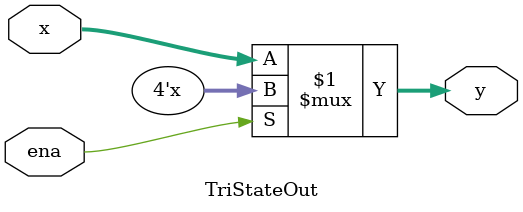
<source format=v>

module Prob1_top(a,ena,p,y);

input [1:0]a;
input ena, p;
output [3:0]y;

wire [3:0]x,z;

Decoder2to4 d1 (a,x);
ActiveLowConv a1 (p,x,z);
TriStateOut t1 (ena,z,y);

endmodule

module Decoder2to4(a,y);

input [1:0]a;
output [3:0]y;

assign y[0] = ~a[1] & ~a[0];
assign y[1] = ~a[1] & a[0];
assign y[2] = a[1] & ~a[0];
assign y[3] = a[1] & a[0];

endmodule

module ActiveLowConv(p,x,y);

input [0:3]x;
input p;
output [3:0]y;

assign y = p ? ~x : x;

endmodule

module TriStateOut(ena,x,y);
  
  input ena;
  input [3:0]x;
  output [3:0]y;
  
  assign y = ena ? 4'bzzz : x;
  
endmodule
			
			
  
</source>
